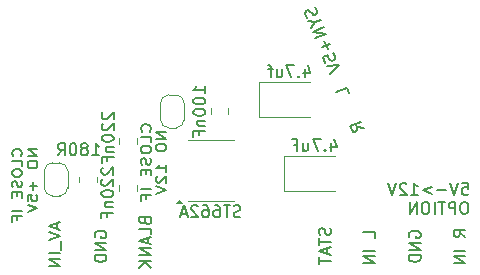
<source format=gbr>
%TF.GenerationSoftware,KiCad,Pcbnew,8.0.0*%
%TF.CreationDate,2025-10-26T17:29:43+03:00*%
%TF.ProjectId,SCART_Cable_Breakout,53434152-545f-4436-9162-6c655f427265,rev?*%
%TF.SameCoordinates,Original*%
%TF.FileFunction,Legend,Bot*%
%TF.FilePolarity,Positive*%
%FSLAX46Y46*%
G04 Gerber Fmt 4.6, Leading zero omitted, Abs format (unit mm)*
G04 Created by KiCad (PCBNEW 8.0.0) date 2025-10-26 17:29:43*
%MOMM*%
%LPD*%
G01*
G04 APERTURE LIST*
%ADD10C,0.150000*%
%ADD11C,0.120000*%
G04 APERTURE END LIST*
D10*
X77484104Y-99489160D02*
X77484104Y-99965350D01*
X77769819Y-99393922D02*
X76769819Y-99727255D01*
X76769819Y-99727255D02*
X77769819Y-100060588D01*
X76769819Y-100251065D02*
X77769819Y-100584398D01*
X77769819Y-100584398D02*
X76769819Y-100917731D01*
X77865057Y-101012970D02*
X77865057Y-101774874D01*
X77769819Y-102012970D02*
X76769819Y-102012970D01*
X77769819Y-102489160D02*
X76769819Y-102489160D01*
X76769819Y-102489160D02*
X77769819Y-103060588D01*
X77769819Y-103060588D02*
X76769819Y-103060588D01*
X85330149Y-91704761D02*
X85368245Y-91657142D01*
X85368245Y-91657142D02*
X85406340Y-91514285D01*
X85406340Y-91514285D02*
X85406340Y-91419047D01*
X85406340Y-91419047D02*
X85368245Y-91276190D01*
X85368245Y-91276190D02*
X85292054Y-91180952D01*
X85292054Y-91180952D02*
X85215864Y-91133333D01*
X85215864Y-91133333D02*
X85063483Y-91085714D01*
X85063483Y-91085714D02*
X84949197Y-91085714D01*
X84949197Y-91085714D02*
X84796816Y-91133333D01*
X84796816Y-91133333D02*
X84720625Y-91180952D01*
X84720625Y-91180952D02*
X84644435Y-91276190D01*
X84644435Y-91276190D02*
X84606340Y-91419047D01*
X84606340Y-91419047D02*
X84606340Y-91514285D01*
X84606340Y-91514285D02*
X84644435Y-91657142D01*
X84644435Y-91657142D02*
X84682530Y-91704761D01*
X85406340Y-92609523D02*
X85406340Y-92133333D01*
X85406340Y-92133333D02*
X84606340Y-92133333D01*
X84606340Y-93133333D02*
X84606340Y-93323809D01*
X84606340Y-93323809D02*
X84644435Y-93419047D01*
X84644435Y-93419047D02*
X84720625Y-93514285D01*
X84720625Y-93514285D02*
X84873006Y-93561904D01*
X84873006Y-93561904D02*
X85139673Y-93561904D01*
X85139673Y-93561904D02*
X85292054Y-93514285D01*
X85292054Y-93514285D02*
X85368245Y-93419047D01*
X85368245Y-93419047D02*
X85406340Y-93323809D01*
X85406340Y-93323809D02*
X85406340Y-93133333D01*
X85406340Y-93133333D02*
X85368245Y-93038095D01*
X85368245Y-93038095D02*
X85292054Y-92942857D01*
X85292054Y-92942857D02*
X85139673Y-92895238D01*
X85139673Y-92895238D02*
X84873006Y-92895238D01*
X84873006Y-92895238D02*
X84720625Y-92942857D01*
X84720625Y-92942857D02*
X84644435Y-93038095D01*
X84644435Y-93038095D02*
X84606340Y-93133333D01*
X85368245Y-93942857D02*
X85406340Y-94085714D01*
X85406340Y-94085714D02*
X85406340Y-94323809D01*
X85406340Y-94323809D02*
X85368245Y-94419047D01*
X85368245Y-94419047D02*
X85330149Y-94466666D01*
X85330149Y-94466666D02*
X85253959Y-94514285D01*
X85253959Y-94514285D02*
X85177768Y-94514285D01*
X85177768Y-94514285D02*
X85101578Y-94466666D01*
X85101578Y-94466666D02*
X85063483Y-94419047D01*
X85063483Y-94419047D02*
X85025387Y-94323809D01*
X85025387Y-94323809D02*
X84987292Y-94133333D01*
X84987292Y-94133333D02*
X84949197Y-94038095D01*
X84949197Y-94038095D02*
X84911102Y-93990476D01*
X84911102Y-93990476D02*
X84834911Y-93942857D01*
X84834911Y-93942857D02*
X84758721Y-93942857D01*
X84758721Y-93942857D02*
X84682530Y-93990476D01*
X84682530Y-93990476D02*
X84644435Y-94038095D01*
X84644435Y-94038095D02*
X84606340Y-94133333D01*
X84606340Y-94133333D02*
X84606340Y-94371428D01*
X84606340Y-94371428D02*
X84644435Y-94514285D01*
X84987292Y-94942857D02*
X84987292Y-95276190D01*
X85406340Y-95419047D02*
X85406340Y-94942857D01*
X85406340Y-94942857D02*
X84606340Y-94942857D01*
X84606340Y-94942857D02*
X84606340Y-95419047D01*
X85406340Y-96609524D02*
X84606340Y-96609524D01*
X84987292Y-97419047D02*
X84987292Y-97085714D01*
X85406340Y-97085714D02*
X84606340Y-97085714D01*
X84606340Y-97085714D02*
X84606340Y-97561904D01*
X86694295Y-91728571D02*
X85894295Y-91728571D01*
X85894295Y-91728571D02*
X86694295Y-92299999D01*
X86694295Y-92299999D02*
X85894295Y-92299999D01*
X85894295Y-92966666D02*
X85894295Y-93157142D01*
X85894295Y-93157142D02*
X85932390Y-93252380D01*
X85932390Y-93252380D02*
X86008580Y-93347618D01*
X86008580Y-93347618D02*
X86160961Y-93395237D01*
X86160961Y-93395237D02*
X86427628Y-93395237D01*
X86427628Y-93395237D02*
X86580009Y-93347618D01*
X86580009Y-93347618D02*
X86656200Y-93252380D01*
X86656200Y-93252380D02*
X86694295Y-93157142D01*
X86694295Y-93157142D02*
X86694295Y-92966666D01*
X86694295Y-92966666D02*
X86656200Y-92871428D01*
X86656200Y-92871428D02*
X86580009Y-92776190D01*
X86580009Y-92776190D02*
X86427628Y-92728571D01*
X86427628Y-92728571D02*
X86160961Y-92728571D01*
X86160961Y-92728571D02*
X86008580Y-92776190D01*
X86008580Y-92776190D02*
X85932390Y-92871428D01*
X85932390Y-92871428D02*
X85894295Y-92966666D01*
X86694295Y-95109523D02*
X86694295Y-94538095D01*
X86694295Y-94823809D02*
X85894295Y-94823809D01*
X85894295Y-94823809D02*
X86008580Y-94728571D01*
X86008580Y-94728571D02*
X86084771Y-94633333D01*
X86084771Y-94633333D02*
X86122866Y-94538095D01*
X85970485Y-95490476D02*
X85932390Y-95538095D01*
X85932390Y-95538095D02*
X85894295Y-95633333D01*
X85894295Y-95633333D02*
X85894295Y-95871428D01*
X85894295Y-95871428D02*
X85932390Y-95966666D01*
X85932390Y-95966666D02*
X85970485Y-96014285D01*
X85970485Y-96014285D02*
X86046676Y-96061904D01*
X86046676Y-96061904D02*
X86122866Y-96061904D01*
X86122866Y-96061904D02*
X86237152Y-96014285D01*
X86237152Y-96014285D02*
X86694295Y-95442857D01*
X86694295Y-95442857D02*
X86694295Y-96061904D01*
X85894295Y-96347619D02*
X86694295Y-96680952D01*
X86694295Y-96680952D02*
X85894295Y-97014285D01*
X107317438Y-100660588D02*
X107269819Y-100565350D01*
X107269819Y-100565350D02*
X107269819Y-100422493D01*
X107269819Y-100422493D02*
X107317438Y-100279636D01*
X107317438Y-100279636D02*
X107412676Y-100184398D01*
X107412676Y-100184398D02*
X107507914Y-100136779D01*
X107507914Y-100136779D02*
X107698390Y-100089160D01*
X107698390Y-100089160D02*
X107841247Y-100089160D01*
X107841247Y-100089160D02*
X108031723Y-100136779D01*
X108031723Y-100136779D02*
X108126961Y-100184398D01*
X108126961Y-100184398D02*
X108222200Y-100279636D01*
X108222200Y-100279636D02*
X108269819Y-100422493D01*
X108269819Y-100422493D02*
X108269819Y-100517731D01*
X108269819Y-100517731D02*
X108222200Y-100660588D01*
X108222200Y-100660588D02*
X108174580Y-100708207D01*
X108174580Y-100708207D02*
X107841247Y-100708207D01*
X107841247Y-100708207D02*
X107841247Y-100517731D01*
X108269819Y-101136779D02*
X107269819Y-101136779D01*
X107269819Y-101136779D02*
X108269819Y-101708207D01*
X108269819Y-101708207D02*
X107269819Y-101708207D01*
X108269819Y-102184398D02*
X107269819Y-102184398D01*
X107269819Y-102184398D02*
X107269819Y-102422493D01*
X107269819Y-102422493D02*
X107317438Y-102565350D01*
X107317438Y-102565350D02*
X107412676Y-102660588D01*
X107412676Y-102660588D02*
X107507914Y-102708207D01*
X107507914Y-102708207D02*
X107698390Y-102755826D01*
X107698390Y-102755826D02*
X107841247Y-102755826D01*
X107841247Y-102755826D02*
X108031723Y-102708207D01*
X108031723Y-102708207D02*
X108126961Y-102660588D01*
X108126961Y-102660588D02*
X108222200Y-102565350D01*
X108222200Y-102565350D02*
X108269819Y-102422493D01*
X108269819Y-102422493D02*
X108269819Y-102184398D01*
X111787030Y-96059875D02*
X112263220Y-96059875D01*
X112263220Y-96059875D02*
X112310839Y-96536065D01*
X112310839Y-96536065D02*
X112263220Y-96488446D01*
X112263220Y-96488446D02*
X112167982Y-96440827D01*
X112167982Y-96440827D02*
X111929887Y-96440827D01*
X111929887Y-96440827D02*
X111834649Y-96488446D01*
X111834649Y-96488446D02*
X111787030Y-96536065D01*
X111787030Y-96536065D02*
X111739411Y-96631303D01*
X111739411Y-96631303D02*
X111739411Y-96869398D01*
X111739411Y-96869398D02*
X111787030Y-96964636D01*
X111787030Y-96964636D02*
X111834649Y-97012256D01*
X111834649Y-97012256D02*
X111929887Y-97059875D01*
X111929887Y-97059875D02*
X112167982Y-97059875D01*
X112167982Y-97059875D02*
X112263220Y-97012256D01*
X112263220Y-97012256D02*
X112310839Y-96964636D01*
X111453696Y-96059875D02*
X111120363Y-97059875D01*
X111120363Y-97059875D02*
X110787030Y-96059875D01*
X110453696Y-96678922D02*
X109691792Y-96678922D01*
X109215601Y-96393208D02*
X108453697Y-96678922D01*
X108453697Y-96678922D02*
X109215601Y-96964636D01*
X107453697Y-97059875D02*
X108025125Y-97059875D01*
X107739411Y-97059875D02*
X107739411Y-96059875D01*
X107739411Y-96059875D02*
X107834649Y-96202732D01*
X107834649Y-96202732D02*
X107929887Y-96297970D01*
X107929887Y-96297970D02*
X108025125Y-96345589D01*
X107072744Y-96155113D02*
X107025125Y-96107494D01*
X107025125Y-96107494D02*
X106929887Y-96059875D01*
X106929887Y-96059875D02*
X106691792Y-96059875D01*
X106691792Y-96059875D02*
X106596554Y-96107494D01*
X106596554Y-96107494D02*
X106548935Y-96155113D01*
X106548935Y-96155113D02*
X106501316Y-96250351D01*
X106501316Y-96250351D02*
X106501316Y-96345589D01*
X106501316Y-96345589D02*
X106548935Y-96488446D01*
X106548935Y-96488446D02*
X107120363Y-97059875D01*
X107120363Y-97059875D02*
X106501316Y-97059875D01*
X106215601Y-96059875D02*
X105882268Y-97059875D01*
X105882268Y-97059875D02*
X105548935Y-96059875D01*
X112072744Y-97669819D02*
X111882268Y-97669819D01*
X111882268Y-97669819D02*
X111787030Y-97717438D01*
X111787030Y-97717438D02*
X111691792Y-97812676D01*
X111691792Y-97812676D02*
X111644173Y-98003152D01*
X111644173Y-98003152D02*
X111644173Y-98336485D01*
X111644173Y-98336485D02*
X111691792Y-98526961D01*
X111691792Y-98526961D02*
X111787030Y-98622200D01*
X111787030Y-98622200D02*
X111882268Y-98669819D01*
X111882268Y-98669819D02*
X112072744Y-98669819D01*
X112072744Y-98669819D02*
X112167982Y-98622200D01*
X112167982Y-98622200D02*
X112263220Y-98526961D01*
X112263220Y-98526961D02*
X112310839Y-98336485D01*
X112310839Y-98336485D02*
X112310839Y-98003152D01*
X112310839Y-98003152D02*
X112263220Y-97812676D01*
X112263220Y-97812676D02*
X112167982Y-97717438D01*
X112167982Y-97717438D02*
X112072744Y-97669819D01*
X111215601Y-98669819D02*
X111215601Y-97669819D01*
X111215601Y-97669819D02*
X110834649Y-97669819D01*
X110834649Y-97669819D02*
X110739411Y-97717438D01*
X110739411Y-97717438D02*
X110691792Y-97765057D01*
X110691792Y-97765057D02*
X110644173Y-97860295D01*
X110644173Y-97860295D02*
X110644173Y-98003152D01*
X110644173Y-98003152D02*
X110691792Y-98098390D01*
X110691792Y-98098390D02*
X110739411Y-98146009D01*
X110739411Y-98146009D02*
X110834649Y-98193628D01*
X110834649Y-98193628D02*
X111215601Y-98193628D01*
X110358458Y-97669819D02*
X109787030Y-97669819D01*
X110072744Y-98669819D02*
X110072744Y-97669819D01*
X109453696Y-98669819D02*
X109453696Y-97669819D01*
X108787030Y-97669819D02*
X108596554Y-97669819D01*
X108596554Y-97669819D02*
X108501316Y-97717438D01*
X108501316Y-97717438D02*
X108406078Y-97812676D01*
X108406078Y-97812676D02*
X108358459Y-98003152D01*
X108358459Y-98003152D02*
X108358459Y-98336485D01*
X108358459Y-98336485D02*
X108406078Y-98526961D01*
X108406078Y-98526961D02*
X108501316Y-98622200D01*
X108501316Y-98622200D02*
X108596554Y-98669819D01*
X108596554Y-98669819D02*
X108787030Y-98669819D01*
X108787030Y-98669819D02*
X108882268Y-98622200D01*
X108882268Y-98622200D02*
X108977506Y-98526961D01*
X108977506Y-98526961D02*
X109025125Y-98336485D01*
X109025125Y-98336485D02*
X109025125Y-98003152D01*
X109025125Y-98003152D02*
X108977506Y-97812676D01*
X108977506Y-97812676D02*
X108882268Y-97717438D01*
X108882268Y-97717438D02*
X108787030Y-97669819D01*
X107929887Y-98669819D02*
X107929887Y-97669819D01*
X107929887Y-97669819D02*
X107358459Y-98669819D01*
X107358459Y-98669819D02*
X107358459Y-97669819D01*
X74430149Y-93767731D02*
X74468245Y-93722493D01*
X74468245Y-93722493D02*
X74506340Y-93586779D01*
X74506340Y-93586779D02*
X74506340Y-93496303D01*
X74506340Y-93496303D02*
X74468245Y-93360588D01*
X74468245Y-93360588D02*
X74392054Y-93270112D01*
X74392054Y-93270112D02*
X74315864Y-93224874D01*
X74315864Y-93224874D02*
X74163483Y-93179636D01*
X74163483Y-93179636D02*
X74049197Y-93179636D01*
X74049197Y-93179636D02*
X73896816Y-93224874D01*
X73896816Y-93224874D02*
X73820625Y-93270112D01*
X73820625Y-93270112D02*
X73744435Y-93360588D01*
X73744435Y-93360588D02*
X73706340Y-93496303D01*
X73706340Y-93496303D02*
X73706340Y-93586779D01*
X73706340Y-93586779D02*
X73744435Y-93722493D01*
X73744435Y-93722493D02*
X73782530Y-93767731D01*
X74506340Y-94627255D02*
X74506340Y-94174874D01*
X74506340Y-94174874D02*
X73706340Y-94174874D01*
X73706340Y-95124874D02*
X73706340Y-95305827D01*
X73706340Y-95305827D02*
X73744435Y-95396303D01*
X73744435Y-95396303D02*
X73820625Y-95486779D01*
X73820625Y-95486779D02*
X73973006Y-95532017D01*
X73973006Y-95532017D02*
X74239673Y-95532017D01*
X74239673Y-95532017D02*
X74392054Y-95486779D01*
X74392054Y-95486779D02*
X74468245Y-95396303D01*
X74468245Y-95396303D02*
X74506340Y-95305827D01*
X74506340Y-95305827D02*
X74506340Y-95124874D01*
X74506340Y-95124874D02*
X74468245Y-95034398D01*
X74468245Y-95034398D02*
X74392054Y-94943922D01*
X74392054Y-94943922D02*
X74239673Y-94898684D01*
X74239673Y-94898684D02*
X73973006Y-94898684D01*
X73973006Y-94898684D02*
X73820625Y-94943922D01*
X73820625Y-94943922D02*
X73744435Y-95034398D01*
X73744435Y-95034398D02*
X73706340Y-95124874D01*
X74468245Y-95893922D02*
X74506340Y-96029636D01*
X74506340Y-96029636D02*
X74506340Y-96255827D01*
X74506340Y-96255827D02*
X74468245Y-96346303D01*
X74468245Y-96346303D02*
X74430149Y-96391541D01*
X74430149Y-96391541D02*
X74353959Y-96436779D01*
X74353959Y-96436779D02*
X74277768Y-96436779D01*
X74277768Y-96436779D02*
X74201578Y-96391541D01*
X74201578Y-96391541D02*
X74163483Y-96346303D01*
X74163483Y-96346303D02*
X74125387Y-96255827D01*
X74125387Y-96255827D02*
X74087292Y-96074874D01*
X74087292Y-96074874D02*
X74049197Y-95984398D01*
X74049197Y-95984398D02*
X74011102Y-95939160D01*
X74011102Y-95939160D02*
X73934911Y-95893922D01*
X73934911Y-95893922D02*
X73858721Y-95893922D01*
X73858721Y-95893922D02*
X73782530Y-95939160D01*
X73782530Y-95939160D02*
X73744435Y-95984398D01*
X73744435Y-95984398D02*
X73706340Y-96074874D01*
X73706340Y-96074874D02*
X73706340Y-96301065D01*
X73706340Y-96301065D02*
X73744435Y-96436779D01*
X74087292Y-96843922D02*
X74087292Y-97160589D01*
X74506340Y-97296303D02*
X74506340Y-96843922D01*
X74506340Y-96843922D02*
X73706340Y-96843922D01*
X73706340Y-96843922D02*
X73706340Y-97296303D01*
X74506340Y-98427256D02*
X73706340Y-98427256D01*
X74087292Y-99196304D02*
X74087292Y-98879637D01*
X74506340Y-98879637D02*
X73706340Y-98879637D01*
X73706340Y-98879637D02*
X73706340Y-99332018D01*
X75794295Y-93224874D02*
X74994295Y-93224874D01*
X74994295Y-93224874D02*
X75794295Y-93767731D01*
X75794295Y-93767731D02*
X74994295Y-93767731D01*
X74994295Y-94401064D02*
X74994295Y-94582017D01*
X74994295Y-94582017D02*
X75032390Y-94672493D01*
X75032390Y-94672493D02*
X75108580Y-94762969D01*
X75108580Y-94762969D02*
X75260961Y-94808207D01*
X75260961Y-94808207D02*
X75527628Y-94808207D01*
X75527628Y-94808207D02*
X75680009Y-94762969D01*
X75680009Y-94762969D02*
X75756200Y-94672493D01*
X75756200Y-94672493D02*
X75794295Y-94582017D01*
X75794295Y-94582017D02*
X75794295Y-94401064D01*
X75794295Y-94401064D02*
X75756200Y-94310588D01*
X75756200Y-94310588D02*
X75680009Y-94220112D01*
X75680009Y-94220112D02*
X75527628Y-94174874D01*
X75527628Y-94174874D02*
X75260961Y-94174874D01*
X75260961Y-94174874D02*
X75108580Y-94220112D01*
X75108580Y-94220112D02*
X75032390Y-94310588D01*
X75032390Y-94310588D02*
X74994295Y-94401064D01*
X75489533Y-95939160D02*
X75489533Y-96662970D01*
X75794295Y-96301065D02*
X75184771Y-96301065D01*
X74994295Y-97567731D02*
X74994295Y-97115350D01*
X74994295Y-97115350D02*
X75375247Y-97070112D01*
X75375247Y-97070112D02*
X75337152Y-97115350D01*
X75337152Y-97115350D02*
X75299057Y-97205826D01*
X75299057Y-97205826D02*
X75299057Y-97432017D01*
X75299057Y-97432017D02*
X75337152Y-97522493D01*
X75337152Y-97522493D02*
X75375247Y-97567731D01*
X75375247Y-97567731D02*
X75451438Y-97612969D01*
X75451438Y-97612969D02*
X75641914Y-97612969D01*
X75641914Y-97612969D02*
X75718104Y-97567731D01*
X75718104Y-97567731D02*
X75756200Y-97522493D01*
X75756200Y-97522493D02*
X75794295Y-97432017D01*
X75794295Y-97432017D02*
X75794295Y-97205826D01*
X75794295Y-97205826D02*
X75756200Y-97115350D01*
X75756200Y-97115350D02*
X75718104Y-97070112D01*
X74994295Y-97884398D02*
X75794295Y-98201064D01*
X75794295Y-98201064D02*
X74994295Y-98517731D01*
X80717438Y-100660588D02*
X80669819Y-100565350D01*
X80669819Y-100565350D02*
X80669819Y-100422493D01*
X80669819Y-100422493D02*
X80717438Y-100279636D01*
X80717438Y-100279636D02*
X80812676Y-100184398D01*
X80812676Y-100184398D02*
X80907914Y-100136779D01*
X80907914Y-100136779D02*
X81098390Y-100089160D01*
X81098390Y-100089160D02*
X81241247Y-100089160D01*
X81241247Y-100089160D02*
X81431723Y-100136779D01*
X81431723Y-100136779D02*
X81526961Y-100184398D01*
X81526961Y-100184398D02*
X81622200Y-100279636D01*
X81622200Y-100279636D02*
X81669819Y-100422493D01*
X81669819Y-100422493D02*
X81669819Y-100517731D01*
X81669819Y-100517731D02*
X81622200Y-100660588D01*
X81622200Y-100660588D02*
X81574580Y-100708207D01*
X81574580Y-100708207D02*
X81241247Y-100708207D01*
X81241247Y-100708207D02*
X81241247Y-100517731D01*
X81669819Y-101136779D02*
X80669819Y-101136779D01*
X80669819Y-101136779D02*
X81669819Y-101708207D01*
X81669819Y-101708207D02*
X80669819Y-101708207D01*
X81669819Y-102184398D02*
X80669819Y-102184398D01*
X80669819Y-102184398D02*
X80669819Y-102422493D01*
X80669819Y-102422493D02*
X80717438Y-102565350D01*
X80717438Y-102565350D02*
X80812676Y-102660588D01*
X80812676Y-102660588D02*
X80907914Y-102708207D01*
X80907914Y-102708207D02*
X81098390Y-102755826D01*
X81098390Y-102755826D02*
X81241247Y-102755826D01*
X81241247Y-102755826D02*
X81431723Y-102708207D01*
X81431723Y-102708207D02*
X81526961Y-102660588D01*
X81526961Y-102660588D02*
X81622200Y-102565350D01*
X81622200Y-102565350D02*
X81669819Y-102422493D01*
X81669819Y-102422493D02*
X81669819Y-102184398D01*
X84946009Y-99270112D02*
X84993628Y-99412969D01*
X84993628Y-99412969D02*
X85041247Y-99460588D01*
X85041247Y-99460588D02*
X85136485Y-99508207D01*
X85136485Y-99508207D02*
X85279342Y-99508207D01*
X85279342Y-99508207D02*
X85374580Y-99460588D01*
X85374580Y-99460588D02*
X85422200Y-99412969D01*
X85422200Y-99412969D02*
X85469819Y-99317731D01*
X85469819Y-99317731D02*
X85469819Y-98936779D01*
X85469819Y-98936779D02*
X84469819Y-98936779D01*
X84469819Y-98936779D02*
X84469819Y-99270112D01*
X84469819Y-99270112D02*
X84517438Y-99365350D01*
X84517438Y-99365350D02*
X84565057Y-99412969D01*
X84565057Y-99412969D02*
X84660295Y-99460588D01*
X84660295Y-99460588D02*
X84755533Y-99460588D01*
X84755533Y-99460588D02*
X84850771Y-99412969D01*
X84850771Y-99412969D02*
X84898390Y-99365350D01*
X84898390Y-99365350D02*
X84946009Y-99270112D01*
X84946009Y-99270112D02*
X84946009Y-98936779D01*
X85469819Y-100412969D02*
X85469819Y-99936779D01*
X85469819Y-99936779D02*
X84469819Y-99936779D01*
X85184104Y-100698684D02*
X85184104Y-101174874D01*
X85469819Y-100603446D02*
X84469819Y-100936779D01*
X84469819Y-100936779D02*
X85469819Y-101270112D01*
X85469819Y-101603446D02*
X84469819Y-101603446D01*
X84469819Y-101603446D02*
X85469819Y-102174874D01*
X85469819Y-102174874D02*
X84469819Y-102174874D01*
X85469819Y-102651065D02*
X84469819Y-102651065D01*
X85469819Y-103222493D02*
X84898390Y-102793922D01*
X84469819Y-103222493D02*
X85041247Y-102651065D01*
X100622200Y-99889160D02*
X100669819Y-100032017D01*
X100669819Y-100032017D02*
X100669819Y-100270112D01*
X100669819Y-100270112D02*
X100622200Y-100365350D01*
X100622200Y-100365350D02*
X100574580Y-100412969D01*
X100574580Y-100412969D02*
X100479342Y-100460588D01*
X100479342Y-100460588D02*
X100384104Y-100460588D01*
X100384104Y-100460588D02*
X100288866Y-100412969D01*
X100288866Y-100412969D02*
X100241247Y-100365350D01*
X100241247Y-100365350D02*
X100193628Y-100270112D01*
X100193628Y-100270112D02*
X100146009Y-100079636D01*
X100146009Y-100079636D02*
X100098390Y-99984398D01*
X100098390Y-99984398D02*
X100050771Y-99936779D01*
X100050771Y-99936779D02*
X99955533Y-99889160D01*
X99955533Y-99889160D02*
X99860295Y-99889160D01*
X99860295Y-99889160D02*
X99765057Y-99936779D01*
X99765057Y-99936779D02*
X99717438Y-99984398D01*
X99717438Y-99984398D02*
X99669819Y-100079636D01*
X99669819Y-100079636D02*
X99669819Y-100317731D01*
X99669819Y-100317731D02*
X99717438Y-100460588D01*
X99669819Y-100746303D02*
X99669819Y-101317731D01*
X100669819Y-101032017D02*
X99669819Y-101032017D01*
X100384104Y-101603446D02*
X100384104Y-102079636D01*
X100669819Y-101508208D02*
X99669819Y-101841541D01*
X99669819Y-101841541D02*
X100669819Y-102174874D01*
X99669819Y-102365351D02*
X99669819Y-102936779D01*
X100669819Y-102651065D02*
X99669819Y-102651065D01*
X104369819Y-100712969D02*
X104369819Y-100236779D01*
X104369819Y-100236779D02*
X103369819Y-100236779D01*
X104369819Y-101808208D02*
X103369819Y-101808208D01*
X104369819Y-102284398D02*
X103369819Y-102284398D01*
X103369819Y-102284398D02*
X104369819Y-102855826D01*
X104369819Y-102855826D02*
X103369819Y-102855826D01*
X112069819Y-100608207D02*
X111593628Y-100274874D01*
X112069819Y-100036779D02*
X111069819Y-100036779D01*
X111069819Y-100036779D02*
X111069819Y-100417731D01*
X111069819Y-100417731D02*
X111117438Y-100512969D01*
X111117438Y-100512969D02*
X111165057Y-100560588D01*
X111165057Y-100560588D02*
X111260295Y-100608207D01*
X111260295Y-100608207D02*
X111403152Y-100608207D01*
X111403152Y-100608207D02*
X111498390Y-100560588D01*
X111498390Y-100560588D02*
X111546009Y-100512969D01*
X111546009Y-100512969D02*
X111593628Y-100417731D01*
X111593628Y-100417731D02*
X111593628Y-100036779D01*
X112069819Y-101798684D02*
X111069819Y-101798684D01*
X112069819Y-102274874D02*
X111069819Y-102274874D01*
X111069819Y-102274874D02*
X112069819Y-102846302D01*
X112069819Y-102846302D02*
X111069819Y-102846302D01*
X99305454Y-81195880D02*
X99403719Y-81309983D01*
X99403719Y-81309983D02*
X99494066Y-81530271D01*
X99494066Y-81530271D02*
X99486147Y-81636456D01*
X99486147Y-81636456D02*
X99460159Y-81698583D01*
X99460159Y-81698583D02*
X99390113Y-81778779D01*
X99390113Y-81778779D02*
X99301998Y-81814918D01*
X99301998Y-81814918D02*
X99195813Y-81806999D01*
X99195813Y-81806999D02*
X99133686Y-81781010D01*
X99133686Y-81781010D02*
X99053490Y-81710965D01*
X99053490Y-81710965D02*
X98937155Y-81552803D01*
X98937155Y-81552803D02*
X98856959Y-81482758D01*
X98856959Y-81482758D02*
X98794832Y-81456769D01*
X98794832Y-81456769D02*
X98688647Y-81448850D01*
X98688647Y-81448850D02*
X98600532Y-81484989D01*
X98600532Y-81484989D02*
X98530486Y-81565185D01*
X98530486Y-81565185D02*
X98504498Y-81627312D01*
X98504498Y-81627312D02*
X98496579Y-81733497D01*
X98496579Y-81733497D02*
X98586926Y-81953785D01*
X98586926Y-81953785D02*
X98685191Y-82067888D01*
X99360669Y-82459944D02*
X99801245Y-82279250D01*
X98749550Y-82350303D02*
X99360669Y-82459944D01*
X99360669Y-82459944D02*
X99002521Y-82967110D01*
X100054216Y-82896057D02*
X99129006Y-83275513D01*
X99129006Y-83275513D02*
X100271048Y-83424748D01*
X100271048Y-83424748D02*
X99345838Y-83804205D01*
X100115543Y-84049529D02*
X100404652Y-84754450D01*
X100612559Y-84257435D02*
X99907637Y-84546544D01*
X100193290Y-85870504D02*
X100012597Y-85429928D01*
X100012597Y-85429928D02*
X100435104Y-85205177D01*
X100435104Y-85205177D02*
X100409115Y-85267304D01*
X100409115Y-85267304D02*
X100401196Y-85373488D01*
X100401196Y-85373488D02*
X100491543Y-85593776D01*
X100491543Y-85593776D02*
X100571739Y-85663822D01*
X100571739Y-85663822D02*
X100633866Y-85689810D01*
X100633866Y-85689810D02*
X100740051Y-85697729D01*
X100740051Y-85697729D02*
X100960339Y-85607382D01*
X100960339Y-85607382D02*
X101030385Y-85527186D01*
X101030385Y-85527186D02*
X101056373Y-85465059D01*
X101056373Y-85465059D02*
X101064292Y-85358875D01*
X101064292Y-85358875D02*
X100973945Y-85138587D01*
X100973945Y-85138587D02*
X100893749Y-85068541D01*
X100893749Y-85068541D02*
X100831622Y-85042552D01*
X100319776Y-86178907D02*
X101371471Y-86107854D01*
X101371471Y-86107854D02*
X100572746Y-86795713D01*
X103438238Y-91410684D02*
X102871176Y-91282974D01*
X103221406Y-90881993D02*
X102296196Y-91261449D01*
X102296196Y-91261449D02*
X102440751Y-91613910D01*
X102440751Y-91613910D02*
X102520947Y-91683956D01*
X102520947Y-91683956D02*
X102583074Y-91709944D01*
X102583074Y-91709944D02*
X102689259Y-91717863D01*
X102689259Y-91717863D02*
X102821431Y-91663655D01*
X102821431Y-91663655D02*
X102891477Y-91583459D01*
X102891477Y-91583459D02*
X102917466Y-91521332D01*
X102917466Y-91521332D02*
X102925384Y-91415147D01*
X102925384Y-91415147D02*
X102780830Y-91062686D01*
X102225784Y-88454419D02*
X102045091Y-88013843D01*
X102045091Y-88013843D02*
X101119881Y-88393299D01*
X81370057Y-90080952D02*
X81322438Y-90128571D01*
X81322438Y-90128571D02*
X81274819Y-90223809D01*
X81274819Y-90223809D02*
X81274819Y-90461904D01*
X81274819Y-90461904D02*
X81322438Y-90557142D01*
X81322438Y-90557142D02*
X81370057Y-90604761D01*
X81370057Y-90604761D02*
X81465295Y-90652380D01*
X81465295Y-90652380D02*
X81560533Y-90652380D01*
X81560533Y-90652380D02*
X81703390Y-90604761D01*
X81703390Y-90604761D02*
X82274819Y-90033333D01*
X82274819Y-90033333D02*
X82274819Y-90652380D01*
X81370057Y-91033333D02*
X81322438Y-91080952D01*
X81322438Y-91080952D02*
X81274819Y-91176190D01*
X81274819Y-91176190D02*
X81274819Y-91414285D01*
X81274819Y-91414285D02*
X81322438Y-91509523D01*
X81322438Y-91509523D02*
X81370057Y-91557142D01*
X81370057Y-91557142D02*
X81465295Y-91604761D01*
X81465295Y-91604761D02*
X81560533Y-91604761D01*
X81560533Y-91604761D02*
X81703390Y-91557142D01*
X81703390Y-91557142D02*
X82274819Y-90985714D01*
X82274819Y-90985714D02*
X82274819Y-91604761D01*
X81274819Y-92223809D02*
X81274819Y-92319047D01*
X81274819Y-92319047D02*
X81322438Y-92414285D01*
X81322438Y-92414285D02*
X81370057Y-92461904D01*
X81370057Y-92461904D02*
X81465295Y-92509523D01*
X81465295Y-92509523D02*
X81655771Y-92557142D01*
X81655771Y-92557142D02*
X81893866Y-92557142D01*
X81893866Y-92557142D02*
X82084342Y-92509523D01*
X82084342Y-92509523D02*
X82179580Y-92461904D01*
X82179580Y-92461904D02*
X82227200Y-92414285D01*
X82227200Y-92414285D02*
X82274819Y-92319047D01*
X82274819Y-92319047D02*
X82274819Y-92223809D01*
X82274819Y-92223809D02*
X82227200Y-92128571D01*
X82227200Y-92128571D02*
X82179580Y-92080952D01*
X82179580Y-92080952D02*
X82084342Y-92033333D01*
X82084342Y-92033333D02*
X81893866Y-91985714D01*
X81893866Y-91985714D02*
X81655771Y-91985714D01*
X81655771Y-91985714D02*
X81465295Y-92033333D01*
X81465295Y-92033333D02*
X81370057Y-92080952D01*
X81370057Y-92080952D02*
X81322438Y-92128571D01*
X81322438Y-92128571D02*
X81274819Y-92223809D01*
X81608152Y-92985714D02*
X82274819Y-92985714D01*
X81703390Y-92985714D02*
X81655771Y-93033333D01*
X81655771Y-93033333D02*
X81608152Y-93128571D01*
X81608152Y-93128571D02*
X81608152Y-93271428D01*
X81608152Y-93271428D02*
X81655771Y-93366666D01*
X81655771Y-93366666D02*
X81751009Y-93414285D01*
X81751009Y-93414285D02*
X82274819Y-93414285D01*
X81751009Y-94223809D02*
X81751009Y-93890476D01*
X82274819Y-93890476D02*
X81274819Y-93890476D01*
X81274819Y-93890476D02*
X81274819Y-94366666D01*
X98461904Y-86438152D02*
X98461904Y-87104819D01*
X98699999Y-86057200D02*
X98938094Y-86771485D01*
X98938094Y-86771485D02*
X98319047Y-86771485D01*
X97938094Y-87009580D02*
X97890475Y-87057200D01*
X97890475Y-87057200D02*
X97938094Y-87104819D01*
X97938094Y-87104819D02*
X97985713Y-87057200D01*
X97985713Y-87057200D02*
X97938094Y-87009580D01*
X97938094Y-87009580D02*
X97938094Y-87104819D01*
X97557142Y-86104819D02*
X96890476Y-86104819D01*
X96890476Y-86104819D02*
X97319047Y-87104819D01*
X96080952Y-86438152D02*
X96080952Y-87104819D01*
X96509523Y-86438152D02*
X96509523Y-86961961D01*
X96509523Y-86961961D02*
X96461904Y-87057200D01*
X96461904Y-87057200D02*
X96366666Y-87104819D01*
X96366666Y-87104819D02*
X96223809Y-87104819D01*
X96223809Y-87104819D02*
X96128571Y-87057200D01*
X96128571Y-87057200D02*
X96080952Y-87009580D01*
X95747618Y-86438152D02*
X95366666Y-86438152D01*
X95604761Y-87104819D02*
X95604761Y-86247676D01*
X95604761Y-86247676D02*
X95557142Y-86152438D01*
X95557142Y-86152438D02*
X95461904Y-86104819D01*
X95461904Y-86104819D02*
X95366666Y-86104819D01*
X81350057Y-94780952D02*
X81302438Y-94828571D01*
X81302438Y-94828571D02*
X81254819Y-94923809D01*
X81254819Y-94923809D02*
X81254819Y-95161904D01*
X81254819Y-95161904D02*
X81302438Y-95257142D01*
X81302438Y-95257142D02*
X81350057Y-95304761D01*
X81350057Y-95304761D02*
X81445295Y-95352380D01*
X81445295Y-95352380D02*
X81540533Y-95352380D01*
X81540533Y-95352380D02*
X81683390Y-95304761D01*
X81683390Y-95304761D02*
X82254819Y-94733333D01*
X82254819Y-94733333D02*
X82254819Y-95352380D01*
X81350057Y-95733333D02*
X81302438Y-95780952D01*
X81302438Y-95780952D02*
X81254819Y-95876190D01*
X81254819Y-95876190D02*
X81254819Y-96114285D01*
X81254819Y-96114285D02*
X81302438Y-96209523D01*
X81302438Y-96209523D02*
X81350057Y-96257142D01*
X81350057Y-96257142D02*
X81445295Y-96304761D01*
X81445295Y-96304761D02*
X81540533Y-96304761D01*
X81540533Y-96304761D02*
X81683390Y-96257142D01*
X81683390Y-96257142D02*
X82254819Y-95685714D01*
X82254819Y-95685714D02*
X82254819Y-96304761D01*
X81254819Y-96923809D02*
X81254819Y-97019047D01*
X81254819Y-97019047D02*
X81302438Y-97114285D01*
X81302438Y-97114285D02*
X81350057Y-97161904D01*
X81350057Y-97161904D02*
X81445295Y-97209523D01*
X81445295Y-97209523D02*
X81635771Y-97257142D01*
X81635771Y-97257142D02*
X81873866Y-97257142D01*
X81873866Y-97257142D02*
X82064342Y-97209523D01*
X82064342Y-97209523D02*
X82159580Y-97161904D01*
X82159580Y-97161904D02*
X82207200Y-97114285D01*
X82207200Y-97114285D02*
X82254819Y-97019047D01*
X82254819Y-97019047D02*
X82254819Y-96923809D01*
X82254819Y-96923809D02*
X82207200Y-96828571D01*
X82207200Y-96828571D02*
X82159580Y-96780952D01*
X82159580Y-96780952D02*
X82064342Y-96733333D01*
X82064342Y-96733333D02*
X81873866Y-96685714D01*
X81873866Y-96685714D02*
X81635771Y-96685714D01*
X81635771Y-96685714D02*
X81445295Y-96733333D01*
X81445295Y-96733333D02*
X81350057Y-96780952D01*
X81350057Y-96780952D02*
X81302438Y-96828571D01*
X81302438Y-96828571D02*
X81254819Y-96923809D01*
X81588152Y-97685714D02*
X82254819Y-97685714D01*
X81683390Y-97685714D02*
X81635771Y-97733333D01*
X81635771Y-97733333D02*
X81588152Y-97828571D01*
X81588152Y-97828571D02*
X81588152Y-97971428D01*
X81588152Y-97971428D02*
X81635771Y-98066666D01*
X81635771Y-98066666D02*
X81731009Y-98114285D01*
X81731009Y-98114285D02*
X82254819Y-98114285D01*
X81731009Y-98923809D02*
X81731009Y-98590476D01*
X82254819Y-98590476D02*
X81254819Y-98590476D01*
X81254819Y-98590476D02*
X81254819Y-99066666D01*
X90024819Y-88452380D02*
X90024819Y-87880952D01*
X90024819Y-88166666D02*
X89024819Y-88166666D01*
X89024819Y-88166666D02*
X89167676Y-88071428D01*
X89167676Y-88071428D02*
X89262914Y-87976190D01*
X89262914Y-87976190D02*
X89310533Y-87880952D01*
X89024819Y-89071428D02*
X89024819Y-89166666D01*
X89024819Y-89166666D02*
X89072438Y-89261904D01*
X89072438Y-89261904D02*
X89120057Y-89309523D01*
X89120057Y-89309523D02*
X89215295Y-89357142D01*
X89215295Y-89357142D02*
X89405771Y-89404761D01*
X89405771Y-89404761D02*
X89643866Y-89404761D01*
X89643866Y-89404761D02*
X89834342Y-89357142D01*
X89834342Y-89357142D02*
X89929580Y-89309523D01*
X89929580Y-89309523D02*
X89977200Y-89261904D01*
X89977200Y-89261904D02*
X90024819Y-89166666D01*
X90024819Y-89166666D02*
X90024819Y-89071428D01*
X90024819Y-89071428D02*
X89977200Y-88976190D01*
X89977200Y-88976190D02*
X89929580Y-88928571D01*
X89929580Y-88928571D02*
X89834342Y-88880952D01*
X89834342Y-88880952D02*
X89643866Y-88833333D01*
X89643866Y-88833333D02*
X89405771Y-88833333D01*
X89405771Y-88833333D02*
X89215295Y-88880952D01*
X89215295Y-88880952D02*
X89120057Y-88928571D01*
X89120057Y-88928571D02*
X89072438Y-88976190D01*
X89072438Y-88976190D02*
X89024819Y-89071428D01*
X89024819Y-90023809D02*
X89024819Y-90119047D01*
X89024819Y-90119047D02*
X89072438Y-90214285D01*
X89072438Y-90214285D02*
X89120057Y-90261904D01*
X89120057Y-90261904D02*
X89215295Y-90309523D01*
X89215295Y-90309523D02*
X89405771Y-90357142D01*
X89405771Y-90357142D02*
X89643866Y-90357142D01*
X89643866Y-90357142D02*
X89834342Y-90309523D01*
X89834342Y-90309523D02*
X89929580Y-90261904D01*
X89929580Y-90261904D02*
X89977200Y-90214285D01*
X89977200Y-90214285D02*
X90024819Y-90119047D01*
X90024819Y-90119047D02*
X90024819Y-90023809D01*
X90024819Y-90023809D02*
X89977200Y-89928571D01*
X89977200Y-89928571D02*
X89929580Y-89880952D01*
X89929580Y-89880952D02*
X89834342Y-89833333D01*
X89834342Y-89833333D02*
X89643866Y-89785714D01*
X89643866Y-89785714D02*
X89405771Y-89785714D01*
X89405771Y-89785714D02*
X89215295Y-89833333D01*
X89215295Y-89833333D02*
X89120057Y-89880952D01*
X89120057Y-89880952D02*
X89072438Y-89928571D01*
X89072438Y-89928571D02*
X89024819Y-90023809D01*
X89358152Y-90785714D02*
X90024819Y-90785714D01*
X89453390Y-90785714D02*
X89405771Y-90833333D01*
X89405771Y-90833333D02*
X89358152Y-90928571D01*
X89358152Y-90928571D02*
X89358152Y-91071428D01*
X89358152Y-91071428D02*
X89405771Y-91166666D01*
X89405771Y-91166666D02*
X89501009Y-91214285D01*
X89501009Y-91214285D02*
X90024819Y-91214285D01*
X89501009Y-92023809D02*
X89501009Y-91690476D01*
X90024819Y-91690476D02*
X89024819Y-91690476D01*
X89024819Y-91690476D02*
X89024819Y-92166666D01*
X80466666Y-93704819D02*
X81038094Y-93704819D01*
X80752380Y-93704819D02*
X80752380Y-92704819D01*
X80752380Y-92704819D02*
X80847618Y-92847676D01*
X80847618Y-92847676D02*
X80942856Y-92942914D01*
X80942856Y-92942914D02*
X81038094Y-92990533D01*
X79895237Y-93133390D02*
X79990475Y-93085771D01*
X79990475Y-93085771D02*
X80038094Y-93038152D01*
X80038094Y-93038152D02*
X80085713Y-92942914D01*
X80085713Y-92942914D02*
X80085713Y-92895295D01*
X80085713Y-92895295D02*
X80038094Y-92800057D01*
X80038094Y-92800057D02*
X79990475Y-92752438D01*
X79990475Y-92752438D02*
X79895237Y-92704819D01*
X79895237Y-92704819D02*
X79704761Y-92704819D01*
X79704761Y-92704819D02*
X79609523Y-92752438D01*
X79609523Y-92752438D02*
X79561904Y-92800057D01*
X79561904Y-92800057D02*
X79514285Y-92895295D01*
X79514285Y-92895295D02*
X79514285Y-92942914D01*
X79514285Y-92942914D02*
X79561904Y-93038152D01*
X79561904Y-93038152D02*
X79609523Y-93085771D01*
X79609523Y-93085771D02*
X79704761Y-93133390D01*
X79704761Y-93133390D02*
X79895237Y-93133390D01*
X79895237Y-93133390D02*
X79990475Y-93181009D01*
X79990475Y-93181009D02*
X80038094Y-93228628D01*
X80038094Y-93228628D02*
X80085713Y-93323866D01*
X80085713Y-93323866D02*
X80085713Y-93514342D01*
X80085713Y-93514342D02*
X80038094Y-93609580D01*
X80038094Y-93609580D02*
X79990475Y-93657200D01*
X79990475Y-93657200D02*
X79895237Y-93704819D01*
X79895237Y-93704819D02*
X79704761Y-93704819D01*
X79704761Y-93704819D02*
X79609523Y-93657200D01*
X79609523Y-93657200D02*
X79561904Y-93609580D01*
X79561904Y-93609580D02*
X79514285Y-93514342D01*
X79514285Y-93514342D02*
X79514285Y-93323866D01*
X79514285Y-93323866D02*
X79561904Y-93228628D01*
X79561904Y-93228628D02*
X79609523Y-93181009D01*
X79609523Y-93181009D02*
X79704761Y-93133390D01*
X78895237Y-92704819D02*
X78799999Y-92704819D01*
X78799999Y-92704819D02*
X78704761Y-92752438D01*
X78704761Y-92752438D02*
X78657142Y-92800057D01*
X78657142Y-92800057D02*
X78609523Y-92895295D01*
X78609523Y-92895295D02*
X78561904Y-93085771D01*
X78561904Y-93085771D02*
X78561904Y-93323866D01*
X78561904Y-93323866D02*
X78609523Y-93514342D01*
X78609523Y-93514342D02*
X78657142Y-93609580D01*
X78657142Y-93609580D02*
X78704761Y-93657200D01*
X78704761Y-93657200D02*
X78799999Y-93704819D01*
X78799999Y-93704819D02*
X78895237Y-93704819D01*
X78895237Y-93704819D02*
X78990475Y-93657200D01*
X78990475Y-93657200D02*
X79038094Y-93609580D01*
X79038094Y-93609580D02*
X79085713Y-93514342D01*
X79085713Y-93514342D02*
X79133332Y-93323866D01*
X79133332Y-93323866D02*
X79133332Y-93085771D01*
X79133332Y-93085771D02*
X79085713Y-92895295D01*
X79085713Y-92895295D02*
X79038094Y-92800057D01*
X79038094Y-92800057D02*
X78990475Y-92752438D01*
X78990475Y-92752438D02*
X78895237Y-92704819D01*
X77561904Y-93704819D02*
X77895237Y-93228628D01*
X78133332Y-93704819D02*
X78133332Y-92704819D01*
X78133332Y-92704819D02*
X77752380Y-92704819D01*
X77752380Y-92704819D02*
X77657142Y-92752438D01*
X77657142Y-92752438D02*
X77609523Y-92800057D01*
X77609523Y-92800057D02*
X77561904Y-92895295D01*
X77561904Y-92895295D02*
X77561904Y-93038152D01*
X77561904Y-93038152D02*
X77609523Y-93133390D01*
X77609523Y-93133390D02*
X77657142Y-93181009D01*
X77657142Y-93181009D02*
X77752380Y-93228628D01*
X77752380Y-93228628D02*
X78133332Y-93228628D01*
X100704761Y-92688152D02*
X100704761Y-93354819D01*
X100942856Y-92307200D02*
X101180951Y-93021485D01*
X101180951Y-93021485D02*
X100561904Y-93021485D01*
X100180951Y-93259580D02*
X100133332Y-93307200D01*
X100133332Y-93307200D02*
X100180951Y-93354819D01*
X100180951Y-93354819D02*
X100228570Y-93307200D01*
X100228570Y-93307200D02*
X100180951Y-93259580D01*
X100180951Y-93259580D02*
X100180951Y-93354819D01*
X99799999Y-92354819D02*
X99133333Y-92354819D01*
X99133333Y-92354819D02*
X99561904Y-93354819D01*
X98323809Y-92688152D02*
X98323809Y-93354819D01*
X98752380Y-92688152D02*
X98752380Y-93211961D01*
X98752380Y-93211961D02*
X98704761Y-93307200D01*
X98704761Y-93307200D02*
X98609523Y-93354819D01*
X98609523Y-93354819D02*
X98466666Y-93354819D01*
X98466666Y-93354819D02*
X98371428Y-93307200D01*
X98371428Y-93307200D02*
X98323809Y-93259580D01*
X97514285Y-92831009D02*
X97847618Y-92831009D01*
X97847618Y-93354819D02*
X97847618Y-92354819D01*
X97847618Y-92354819D02*
X97371428Y-92354819D01*
X93023809Y-98907200D02*
X92880952Y-98954819D01*
X92880952Y-98954819D02*
X92642857Y-98954819D01*
X92642857Y-98954819D02*
X92547619Y-98907200D01*
X92547619Y-98907200D02*
X92500000Y-98859580D01*
X92500000Y-98859580D02*
X92452381Y-98764342D01*
X92452381Y-98764342D02*
X92452381Y-98669104D01*
X92452381Y-98669104D02*
X92500000Y-98573866D01*
X92500000Y-98573866D02*
X92547619Y-98526247D01*
X92547619Y-98526247D02*
X92642857Y-98478628D01*
X92642857Y-98478628D02*
X92833333Y-98431009D01*
X92833333Y-98431009D02*
X92928571Y-98383390D01*
X92928571Y-98383390D02*
X92976190Y-98335771D01*
X92976190Y-98335771D02*
X93023809Y-98240533D01*
X93023809Y-98240533D02*
X93023809Y-98145295D01*
X93023809Y-98145295D02*
X92976190Y-98050057D01*
X92976190Y-98050057D02*
X92928571Y-98002438D01*
X92928571Y-98002438D02*
X92833333Y-97954819D01*
X92833333Y-97954819D02*
X92595238Y-97954819D01*
X92595238Y-97954819D02*
X92452381Y-98002438D01*
X92166666Y-97954819D02*
X91595238Y-97954819D01*
X91880952Y-98954819D02*
X91880952Y-97954819D01*
X90833333Y-97954819D02*
X91023809Y-97954819D01*
X91023809Y-97954819D02*
X91119047Y-98002438D01*
X91119047Y-98002438D02*
X91166666Y-98050057D01*
X91166666Y-98050057D02*
X91261904Y-98192914D01*
X91261904Y-98192914D02*
X91309523Y-98383390D01*
X91309523Y-98383390D02*
X91309523Y-98764342D01*
X91309523Y-98764342D02*
X91261904Y-98859580D01*
X91261904Y-98859580D02*
X91214285Y-98907200D01*
X91214285Y-98907200D02*
X91119047Y-98954819D01*
X91119047Y-98954819D02*
X90928571Y-98954819D01*
X90928571Y-98954819D02*
X90833333Y-98907200D01*
X90833333Y-98907200D02*
X90785714Y-98859580D01*
X90785714Y-98859580D02*
X90738095Y-98764342D01*
X90738095Y-98764342D02*
X90738095Y-98526247D01*
X90738095Y-98526247D02*
X90785714Y-98431009D01*
X90785714Y-98431009D02*
X90833333Y-98383390D01*
X90833333Y-98383390D02*
X90928571Y-98335771D01*
X90928571Y-98335771D02*
X91119047Y-98335771D01*
X91119047Y-98335771D02*
X91214285Y-98383390D01*
X91214285Y-98383390D02*
X91261904Y-98431009D01*
X91261904Y-98431009D02*
X91309523Y-98526247D01*
X89880952Y-97954819D02*
X90071428Y-97954819D01*
X90071428Y-97954819D02*
X90166666Y-98002438D01*
X90166666Y-98002438D02*
X90214285Y-98050057D01*
X90214285Y-98050057D02*
X90309523Y-98192914D01*
X90309523Y-98192914D02*
X90357142Y-98383390D01*
X90357142Y-98383390D02*
X90357142Y-98764342D01*
X90357142Y-98764342D02*
X90309523Y-98859580D01*
X90309523Y-98859580D02*
X90261904Y-98907200D01*
X90261904Y-98907200D02*
X90166666Y-98954819D01*
X90166666Y-98954819D02*
X89976190Y-98954819D01*
X89976190Y-98954819D02*
X89880952Y-98907200D01*
X89880952Y-98907200D02*
X89833333Y-98859580D01*
X89833333Y-98859580D02*
X89785714Y-98764342D01*
X89785714Y-98764342D02*
X89785714Y-98526247D01*
X89785714Y-98526247D02*
X89833333Y-98431009D01*
X89833333Y-98431009D02*
X89880952Y-98383390D01*
X89880952Y-98383390D02*
X89976190Y-98335771D01*
X89976190Y-98335771D02*
X90166666Y-98335771D01*
X90166666Y-98335771D02*
X90261904Y-98383390D01*
X90261904Y-98383390D02*
X90309523Y-98431009D01*
X90309523Y-98431009D02*
X90357142Y-98526247D01*
X89404761Y-98050057D02*
X89357142Y-98002438D01*
X89357142Y-98002438D02*
X89261904Y-97954819D01*
X89261904Y-97954819D02*
X89023809Y-97954819D01*
X89023809Y-97954819D02*
X88928571Y-98002438D01*
X88928571Y-98002438D02*
X88880952Y-98050057D01*
X88880952Y-98050057D02*
X88833333Y-98145295D01*
X88833333Y-98145295D02*
X88833333Y-98240533D01*
X88833333Y-98240533D02*
X88880952Y-98383390D01*
X88880952Y-98383390D02*
X89452380Y-98954819D01*
X89452380Y-98954819D02*
X88833333Y-98954819D01*
X88452380Y-98669104D02*
X87976190Y-98669104D01*
X88547618Y-98954819D02*
X88214285Y-97954819D01*
X88214285Y-97954819D02*
X87880952Y-98954819D01*
D11*
%TO.C,JP4*%
X76400000Y-96450000D02*
X76400000Y-95050000D01*
X77100000Y-94350000D02*
X77700000Y-94350000D01*
X77700000Y-97150000D02*
X77100000Y-97150000D01*
X78400000Y-95050000D02*
X78400000Y-96450000D01*
X76400000Y-95050000D02*
G75*
G02*
X77100000Y-94350000I699999J1D01*
G01*
X77100000Y-97150000D02*
G75*
G02*
X76400000Y-96450000I0J700000D01*
G01*
X77700000Y-94350000D02*
G75*
G02*
X78400000Y-95050000I1J-699999D01*
G01*
X78400000Y-96450000D02*
G75*
G02*
X77700000Y-97150000I-700000J0D01*
G01*
%TO.C,JP5*%
X86250000Y-90700000D02*
X86250000Y-89300000D01*
X86950000Y-88600000D02*
X87550000Y-88600000D01*
X87550000Y-91400000D02*
X86950000Y-91400000D01*
X88250000Y-89300000D02*
X88250000Y-90700000D01*
X86250000Y-89300000D02*
G75*
G02*
X86950000Y-88600000I700000J0D01*
G01*
X86950000Y-91400000D02*
G75*
G02*
X86250000Y-90700000I-1J699999D01*
G01*
X87550000Y-88600000D02*
G75*
G02*
X88250000Y-89300000I0J-700000D01*
G01*
X88250000Y-90700000D02*
G75*
G02*
X87550000Y-91400000I-699999J-1D01*
G01*
%TO.C,C5*%
X82765000Y-92238748D02*
X82765000Y-92761252D01*
X84235000Y-92238748D02*
X84235000Y-92761252D01*
%TO.C,C7*%
X94565000Y-87490000D02*
X94565000Y-90510000D01*
X94565000Y-90510000D02*
X98950000Y-90510000D01*
X98950000Y-87490000D02*
X94565000Y-87490000D01*
%TO.C,C4*%
X82765000Y-96238748D02*
X82765000Y-96761252D01*
X84235000Y-96238748D02*
X84235000Y-96761252D01*
%TO.C,C6*%
X90515000Y-89738748D02*
X90515000Y-90261252D01*
X91985000Y-89738748D02*
X91985000Y-90261252D01*
%TO.C,R1*%
X79365000Y-95522936D02*
X79365000Y-95977064D01*
X80835000Y-95522936D02*
X80835000Y-95977064D01*
%TO.C,C8*%
X96665000Y-93740000D02*
X96665000Y-96760000D01*
X96665000Y-96760000D02*
X101050000Y-96760000D01*
X101050000Y-93740000D02*
X96665000Y-93740000D01*
%TO.C,U1*%
X88550000Y-92440000D02*
X90500000Y-92440000D01*
X88550000Y-97560000D02*
X90500000Y-97560000D01*
X92450000Y-92440000D02*
X90500000Y-92440000D01*
X92450000Y-97560000D02*
X90500000Y-97560000D01*
X88040000Y-97795000D02*
X87560000Y-97795000D01*
X87800000Y-97465000D01*
X88040000Y-97795000D01*
G36*
X88040000Y-97795000D02*
G01*
X87560000Y-97795000D01*
X87800000Y-97465000D01*
X88040000Y-97795000D01*
G37*
%TD*%
M02*

</source>
